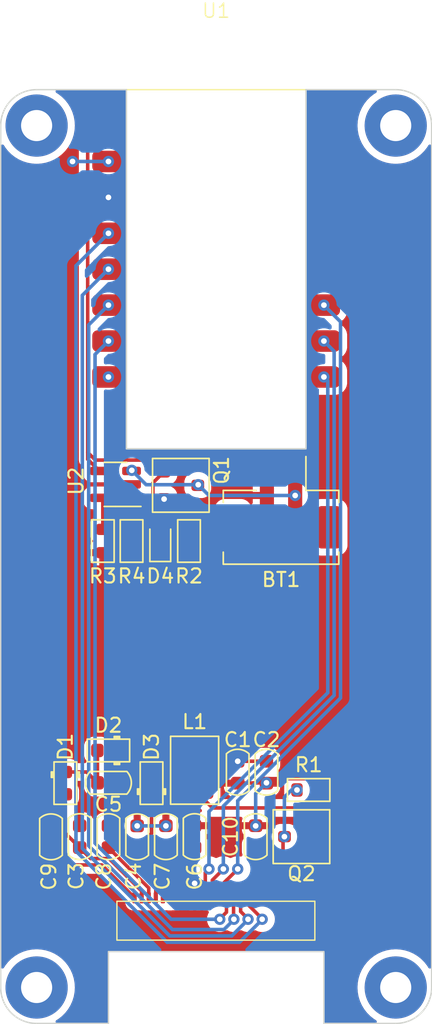
<source format=kicad_pcb>
(kicad_pcb (version 20221018) (generator pcbnew)
  (layers (0 "F.Cu" signal) (31 "B.Cu" signal) (34 "B.Paste" user) (35 "F.Paste" user) (36 "B.SilkS" user "B.Silkscreen") (37 "F.SilkS" user "F.Silkscreen") (38 "B.Mask" user) (39 "F.Mask" user) (44 "Edge.Cuts" user))
  (net 0 "")
  (net 1 "+5V")
  (net 2 "GND")
  (net 3 "+3.3V")
  (net 4 "21")
  (net 5 "20")
  (net 6 "10")
  (net 7 "9")
  (net 8 "8")
  (net 9 "7")
  (net 10 "6")
  (net 11 "5")
  (net 12 "0")
  (net 13 "1")
  (net 14 "2")
  (net 15 "3")
  (net 16 "4")
  (net 17 "Net-(D1-A)")
  (net 18 "Net-(D3-K)")
  (net 19 "Net-(D3-A)")
  (net 20 "Net-(J1-Pin_18)")
  (net 21 "Net-(J1-Pin_20)")
  (net 22 "Net-(J1-Pin_5)")
  (net 23 "Net-(J1-Pin_22)")
  (net 24 "Net-(J1-Pin_24)")
  (net 26 "Net-(J1-Pin_2)")
  (net 27 "Net-(J1-Pin_3)")
  (net 32 "Net-(D1-K)")
  (net 33 "Net-(U2-PROG)")
  (net 34 "Net-(D4-K)")
  (net 35 "Net-(U2-STAT)")
  (net 36 "+BATT")
  (footprint "PCM_Capacitor_SMD_AKL:C_0603_1608Metric" (layer "F.Cu") (at 43.18 84.582 180)
    (fp_text reference "C5" (at 0 -1.524) (layer "F.SilkS"))
    (fp_text value "4.7uF/25v" hide)
    (fp_line (start -1.3 0.800002) (end 1.3 0.8) (stroke (width 0.12)) (layer "F.SilkS"))
    (fp_line (start 1.3 -0.800002) (end -1.3 -0.8) (stroke (width 0.12)) (layer "F.SilkS"))
    (fp_arc (start -1.3 0.800002) (mid -1.619939 0.000001) (end -1.3 -0.8) (stroke (width 0.12)) (layer "F.SilkS"))
    (fp_arc (start 1.3 -0.800002) (mid 1.619939 -0.000001) (end 1.3 0.8) (stroke (width 0.12)) (layer "F.SilkS"))
    (pad "1" smd roundrect (at -0.775 0 180) (size 0.9 0.95) (layers "F.Cu" "F.Paste" "F.Mask") (net 19 "Net-(D3-A)"))
    (pad "2" smd roundrect (at 0.775 0 180) (size 0.9 0.95) (layers "F.Cu" "F.Paste" "F.Mask") (net 32 "Net-(D1-K)"))
  )
  (footprint "PCM_Inductor_SMD_AKL:L_1210_3225Metric" (layer "F.Cu") (at 49.276 83.696 -90)
    (fp_text reference "L1" (at -3.432 0 -180) (layer "F.SilkS"))
    (fp_text value "L" hide)
    (fp_line (start -2.4 -1.7) (end -2.4 1.7) (stroke (width 0.12)) (layer "F.SilkS"))
    (fp_line (start -2.4 1.7) (end 2.4 1.7) (stroke (width 0.12)) (layer "F.SilkS"))
    (fp_line (start 2.4 -1.7) (end -2.4 -1.7) (stroke (width 0.12)) (layer "F.SilkS"))
    (fp_line (start 2.4 1.7) (end 2.4 -1.7) (stroke (width 0.12)) (layer "F.SilkS"))
    (pad "1" smd roundrect (at -1.4 0 270) (size 1.25 2.65) (layers "F.Cu" "F.Paste" "F.Mask") (roundrect_rratio 0.2) (net 3 "+3.3V"))
    (pad "2" smd roundrect (at 1.4 0 270) (size 1.25 2.65) (layers "F.Cu" "F.Paste" "F.Mask") (roundrect_rratio 0.2) (net 19 "Net-(D3-A)"))
  )
  (footprint "PCM_Package_TO_SOT_SMD_AKL:SC-59" (layer "F.Cu") (at 48.301 63.545)
    (fp_text reference "Q1" (at 2.88 -1.061 90) (layer "F.SilkS"))
    (fp_text value "DMG3415U" hide)
    (fp_line (start -2 -1.9) (end 2 -1.9) (stroke (width 0.12)) (layer "F.SilkS"))
    (fp_line (start -2 1.9) (end -2 -1.9) (stroke (width 0.12)) (layer "F.SilkS"))
    (fp_line (start 2 -1.9) (end 2 1.9) (stroke (width 0.12)) (layer "F.SilkS"))
    (fp_line (start 2 1.9) (end -2 1.9) (stroke (width 0.12)) (layer "F.SilkS"))
    (pad "1" smd roundrect (at -1.2 -0.95) (size 0.9 0.8) (layers "F.Cu" "F.Paste" "F.Mask") (net 1 "+5V"))
    (pad "2" smd roundrect (at -1.2 0.95) (size 0.9 0.8) (layers "F.Cu" "F.Paste" "F.Mask") (net 3 "+3.3V"))
    (pad "3" smd roundrect (at 1.2 0) (size 0.9 0.8) (layers "F.Cu" "F.Paste" "F.Mask") (net 36 "+BATT"))
  )
  (footprint "PCM_Capacitor_SMD_AKL:C_0603_1608Metric" (layer "F.Cu") (at 49.276 88.392 -90)
    (fp_text reference "C6" (at 2.82 0 90) (layer "F.SilkS"))
    (fp_text value "1uF/25v" hide)
    (fp_line (start -1.3 0.800002) (end 1.3 0.8) (stroke (width 0.12)) (layer "F.SilkS"))
    (fp_line (start 1.3 -0.800002) (end -1.3 -0.8) (stroke (width 0.12)) (layer "F.SilkS"))
    (fp_arc (start -1.3 0.800002) (mid -1.619939 0.000001) (end -1.3 -0.8) (stroke (width 0.12)) (layer "F.SilkS"))
    (fp_arc (start 1.3 -0.800002) (mid 1.619939 -0.000001) (end 1.3 0.8) (stroke (width 0.12)) (layer "F.SilkS"))
    (pad "1" smd roundrect (at -0.775 0 270) (size 0.9 0.95) (layers "F.Cu" "F.Paste" "F.Mask") (net 2 "GND"))
    (pad "2" smd roundrect (at 0.775 0 270) (size 0.9 0.95) (layers "F.Cu" "F.Paste" "F.Mask") (net 20 "Net-(J1-Pin_18)"))
  )
  (footprint "PCM_Capacitor_SMD_AKL:C_0603_1608Metric" (layer "F.Cu") (at 41.148 88.392 90)
    (fp_text reference "C3" (at -2.794 -0.254 90) (layer "F.SilkS"))
    (fp_text value "1uF/25v" hide)
    (fp_line (start -1.3 0.800002) (end 1.3 0.8) (stroke (width 0.12)) (layer "F.SilkS"))
    (fp_line (start 1.3 -0.800002) (end -1.3 -0.8) (stroke (width 0.12)) (layer "F.SilkS"))
    (fp_arc (start -1.3 0.800002) (mid -1.619939 0.000001) (end -1.3 -0.8) (stroke (width 0.12)) (layer "F.SilkS"))
    (fp_arc (start 1.3 -0.800002) (mid 1.619939 -0.000001) (end 1.3 0.8) (stroke (width 0.12)) (layer "F.SilkS"))
    (pad "1" smd roundrect (at -0.775 0 90) (size 0.9 0.95) (layers "F.Cu" "F.Paste" "F.Mask") (net 17 "Net-(D1-A)"))
    (pad "2" smd roundrect (at 0.775 0 90) (size 0.9 0.95) (layers "F.Cu" "F.Paste" "F.Mask") (net 2 "GND"))
  )
  (footprint "MountingHole:MountingHole_2.2mm_M2_Pad" (layer "F.Cu") (at 63.5 99.06)
    (fp_text reference "REF**" hide)
    (fp_text value "MountingHole_2.2mm_M2_Pad" hide)
    (pad "1" thru_hole circle (at 0 0) (size 4.4 4.4) (drill 2.2) (layers "*.Cu" "*.Mask"))
  )
  (footprint "PCM_Package_TO_SOT_SMD_AKL:SC-59" (layer "F.Cu") (at 56.833 88.392 180)
    (fp_text reference "Q2" (at 0 -2.622) (layer "F.SilkS"))
    (fp_text value "MCH3478" hide)
    (fp_line (start -2 -1.9) (end 2 -1.9) (stroke (width 0.12)) (layer "F.SilkS"))
    (fp_line (start -2 1.9) (end -2 -1.9) (stroke (width 0.12)) (layer "F.SilkS"))
    (fp_line (start 2 -1.9) (end 2 1.9) (stroke (width 0.12)) (layer "F.SilkS"))
    (fp_line (start 2 1.9) (end -2 1.9) (stroke (width 0.12)) (layer "F.SilkS"))
    (pad "1" smd roundrect (at -1.2 -0.95 180) (size 0.9 0.8) (layers "F.Cu" "F.Paste" "F.Mask") (net 26 "Net-(J1-Pin_2)"))
    (pad "2" smd roundrect (at -1.2 0.95 180) (size 0.9 0.8) (layers "F.Cu" "F.Paste" "F.Mask") (net 19 "Net-(D3-A)"))
    (pad "3" smd roundrect (at 1.2 0 180) (size 0.9 0.8) (layers "F.Cu" "F.Paste" "F.Mask") (net 27 "Net-(J1-Pin_3)"))
  )
  (footprint "PCM_Diode_SMD_AKL:D_0603_1608Metric" (layer "F.Cu") (at 46.228 84.6075 90)
    (fp_text reference "D3" (at 2.5655 0 90) (layer "F.SilkS"))
    (fp_text value "SS2040FL" hide)
    (fp_line (start -1.5 -0.8) (end -1.5 0.8) (stroke (width 0.12)) (layer "F.SilkS"))
    (fp_line (start -1.5 0.8) (end 1.5 0.8) (stroke (width 0.12)) (layer "F.SilkS"))
    (fp_line (start 1.5 -0.8) (end -1.5 -0.8) (stroke (width 0.12)) (layer "F.SilkS"))
    (fp_line (start 1.5 0.8) (end 1.5 -0.8) (stroke (width 0.12)) (layer "F.SilkS"))
    (fp_poly (pts (xy -0.4 -0.8) (xy -0.8 -0.8) (xy -0.8 -1) (xy -0.4 -1)) (stroke (width 0.1)) (fill solid) (layer "F.SilkS"))
    (fp_poly (pts (xy -0.4 1) (xy -0.8 1) (xy -0.8 0.8) (xy -0.4 0.8)) (stroke (width 0.1)) (fill solid) (layer "F.SilkS"))
    (pad "1" smd roundrect (at -0.7875 0 90) (size 0.875 0.95) (layers "F.Cu" "F.Paste" "F.Mask") (net 18 "Net-(D3-K)"))
    (pad "2" smd roundrect (at 0.7875 0 90) (size 0.875 0.95) (layers "F.Cu" "F.Paste" "F.Mask") (net 19 "Net-(D3-A)"))
  )
  (footprint "PCM_Capacitor_SMD_AKL:C_0603_1608Metric" (layer "F.Cu") (at 45.212 88.405 90)
    (fp_text reference "C4" (at -2.794 -0.254 90) (layer "F.SilkS"))
    (fp_text value "1uF/25v" hide)
    (fp_line (start -1.3 0.800002) (end 1.3 0.8) (stroke (width 0.12)) (layer "F.SilkS"))
    (fp_line (start 1.3 -0.800002) (end -1.3 -0.8) (stroke (width 0.12)) (layer "F.SilkS"))
    (fp_arc (start -1.3 0.800002) (mid -1.619939 0.000001) (end -1.3 -0.8) (stroke (width 0.12)) (layer "F.SilkS"))
    (fp_arc (start 1.3 -0.800002) (mid 1.619939 -0.000001) (end 1.3 0.8) (stroke (width 0.12)) (layer "F.SilkS"))
    (pad "1" smd roundrect (at -0.775 0 90) (size 0.9 0.95) (layers "F.Cu" "F.Paste" "F.Mask") (net 18 "Net-(D3-K)"))
    (pad "2" smd roundrect (at 0.775 0 90) (size 0.9 0.95) (layers "F.Cu" "F.Paste" "F.Mask") (net 2 "GND"))
  )
  (footprint "PCM_Diode_SMD_AKL:D_0603_1608Metric" (layer "F.Cu") (at 40.132 84.6075 -90)
    (fp_text reference "D1" (at -2.5655 0 90) (layer "F.SilkS"))
    (fp_text value "SS2040FL" hide)
    (fp_line (start -1.5 -0.8) (end -1.5 0.8) (stroke (width 0.12)) (layer "F.SilkS"))
    (fp_line (start -1.5 0.8) (end 1.5 0.8) (stroke (width 0.12)) (layer "F.SilkS"))
    (fp_line (start 1.5 -0.8) (end -1.5 -0.8) (stroke (width 0.12)) (layer "F.SilkS"))
    (fp_line (start 1.5 0.8) (end 1.5 -0.8) (stroke (width 0.12)) (layer "F.SilkS"))
    (fp_poly (pts (xy -0.4 -0.8) (xy -0.8 -0.8) (xy -0.8 -1) (xy -0.4 -1)) (stroke (width 0.1)) (fill solid) (layer "F.SilkS"))
    (fp_poly (pts (xy -0.4 1) (xy -0.8 1) (xy -0.8 0.8) (xy -0.4 0.8)) (stroke (width 0.1)) (fill solid) (layer "F.SilkS"))
    (pad "1" smd roundrect (at -0.7875 0 270) (size 0.875 0.95) (layers "F.Cu" "F.Paste" "F.Mask") (net 32 "Net-(D1-K)"))
    (pad "2" smd roundrect (at 0.7875 0 270) (size 0.875 0.95) (layers "F.Cu" "F.Paste" "F.Mask") (net 17 "Net-(D1-A)"))
  )
  (footprint "MountingHole:MountingHole_2.2mm_M2_Pad" (layer "F.Cu") (at 63.5 38.1)
    (fp_text reference "REF**" hide)
    (fp_text value "MountingHole_2.2mm_M2_Pad" hide)
    (pad "1" thru_hole circle (at 0 0) (size 4.4 4.4) (drill 2.2) (layers "*.Cu" "*.Mask"))
  )
  (footprint "PCM_Capacitor_SMD_AKL:C_0603_1608Metric" (layer "F.Cu") (at 39.116 88.405 -90)
    (fp_text reference "C9" (at 2.82 0.147992 90) (layer "F.SilkS"))
    (fp_text value "1uF/25v" hide)
    (fp_line (start -1.3 0.800002) (end 1.3 0.8) (stroke (width 0.12)) (layer "F.SilkS"))
    (fp_line (start 1.3 -0.800002) (end -1.3 -0.8) (stroke (width 0.12)) (layer "F.SilkS"))
    (fp_arc (start -1.3 0.800002) (mid -1.619939 0.000001) (end -1.3 -0.8) (stroke (width 0.12)) (layer "F.SilkS"))
    (fp_arc (start 1.3 -0.800002) (mid 1.619939 -0.000001) (end 1.3 0.8) (stroke (width 0.12)) (layer "F.SilkS"))
    (pad "1" smd roundrect (at -0.775 0 270) (size 0.9 0.95) (layers "F.Cu" "F.Paste" "F.Mask") (net 2 "GND"))
    (pad "2" smd roundrect (at 0.775 0 270) (size 0.9 0.95) (layers "F.Cu" "F.Paste" "F.Mask") (net 24 "Net-(J1-Pin_24)"))
  )
  (footprint "custom:esp32-c3 superMini" (layer "F.Cu") (at 50.8 30.48)
    (fp_text reference "U1" (at 0 -0.5 unlocked) (layer "F.SilkS") (effects (font (thickness 0.1))))
    (fp_text value "~")
    (fp_line (start -6.35 5.08) (end -6.35 30.48) (stroke (width 0.1)) (layer "F.SilkS"))
    (fp_line (start -6.35 30.48) (end 6.35 30.48) (stroke (width 0.1)) (layer "F.SilkS"))
    (fp_line (start 6.35 5.08) (end -6.35 5.08) (stroke (width 0.1)) (layer "F.SilkS"))
    (fp_line (start 6.35 30.48) (end 6.35 5.08) (stroke (width 0.1)) (layer "F.SilkS"))
    (pad "1" smd roundrect (at -7.62 7.62) (size 2.286 1.524) (layers "F.Cu" "F.Paste" "F.Mask") (net 1 "+5V"))
    (pad "2" smd roundrect (at -7.62 10.16) (size 2.286 1.524) (layers "F.Cu" "F.Paste" "F.Mask") (net 2 "GND"))
    (pad "3" smd roundrect (at -7.62 12.7) (size 2.286 1.524) (layers "F.Cu" "F.Paste" "F.Mask") (net 3 "+3.3V"))
    (pad "4" smd roundrect (at -7.62 15.24) (size 2.286 1.524) (layers "F.Cu" "F.Paste" "F.Mask") (net 16 "4"))
    (pad "5" smd roundrect (at -7.62 17.78) (size 2.286 1.524) (layers "F.Cu" "F.Paste" "F.Mask") (net 15 "3"))
    (pad "6" smd roundrect (at -7.62 20.32) (size 2.286 1.524) (layers "F.Cu" "F.Paste" "F.Mask") (net 14 "2"))
    (pad "7" smd roundrect (at -7.62 22.86) (size 2.286 1.524) (layers "F.Cu" "F.Paste" "F.Mask") (net 13 "1"))
    (pad "8" smd roundrect (at -7.62 25.4) (size 2.286 1.524) (layers "F.Cu" "F.Paste" "F.Mask") (net 12 "0"))
    (pad "9" smd roundrect (at 7.62 7.62) (size 2.286 1.524) (layers "F.Cu" "F.Paste" "F.Mask") (net 11 "5"))
    (pad "10" smd roundrect (at 7.62 10.16) (size 2.286 1.524) (layers "F.Cu" "F.Paste" "F.Mask") (net 10 "6"))
    (pad "11" smd roundrect (at 7.62 12.7) (size 2.286 1.524) (layers "F.Cu" "F.Paste" "F.Mask") (net 9 "7"))
    (pad "12" smd roundrect (at 7.62 15.24) (size 2.286 1.524) (layers "F.Cu" "F.Paste" "F.Mask") (net 8 "8"))
    (pad "13" smd roundrect (at 7.62 17.78) (size 2.286 1.524) (layers "F.Cu" "F.Paste" "F.Mask") (net 7 "9"))
    (pad "14" smd roundrect (at 7.62 20.32) (size 2.286 1.524) (layers "F.Cu" "F.Paste" "F.Mask") (net 6 "10"))
    (pad "15" smd roundrect (at 7.62 22.86) (size 2.286 1.524) (layers "F.Cu" "F.Paste" "F.Mask") (net 5 "20"))
    (pad "16" smd roundrect (at 7.62 25.4) (size 2.286 1.524) (layers "F.Cu" "F.Paste" "F.Mask") (net 4 "21"))
  )
  (footprint "LED_SMD:LED_0603_1608Metric" (layer "F.Cu") (at 46.847 67.4465 90)
    (fp_text reference "D4" (at -2.5145 0 180) (layer "F.SilkS"))
    (fp_text value "LED" hide)
    (fp_line (start -1.485 -0.735) (end -1.485 0.735) (stroke (width 0.12)) (layer "F.SilkS"))
    (fp_line (start -1.485 0.735) (end 0.8 0.735) (stroke (width 0.12)) (layer "F.SilkS"))
    (fp_line (start 0.8 -0.735) (end -1.485 -0.735) (stroke (width 0.12)) (layer "F.SilkS"))
    (pad "1" smd roundrect (at -0.7875 0 90) (size 0.875 0.95) (layers "F.Cu" "F.Paste" "F.Mask") (net 34 "Net-(D4-K)"))
    (pad "2" smd roundrect (at 0.7875 0 90) (size 0.875 0.95) (layers "F.Cu" "F.Paste" "F.Mask") (net 1 "+5V"))
  )
  (footprint "custom:FH34SRJ-24S-0.5SH" (layer "F.Cu") (at 50.53 87.71)
    (fp_text reference "J1" hide)
    (fp_text value "FH34SRJ-24S-0.5SH")
    (fp_line (start -6.75 5.25) (end 7.25 5.25) (stroke (width 0.1)) (layer "F.SilkS"))
    (fp_line (start -6.75 8) (end -6.75 5.25) (stroke (width 0.1)) (layer "F.SilkS"))
    (fp_line (start 7.25 5.25) (end 7.25 8) (stroke (width 0.1)) (layer "F.SilkS"))
    (fp_line (start 7.25 8) (end -6.75 8) (stroke (width 0.1)) (layer "F.SilkS"))
    (pad "1" smd roundrect (at 6 5 270) (size 0.8 0.3) (layers "F.Cu" "F.Paste" "F.Mask"))
    (pad "2" smd roundrect (at 5.5 5 270) (size 0.8 0.3) (layers "F.Cu" "F.Paste" "F.Mask") (net 26 "Net-(J1-Pin_2)"))
    (pad "3" smd roundrect (at 5 5 270) (size 0.8 0.3) (layers "F.Cu" "F.Paste" "F.Mask") (net 27 "Net-(J1-Pin_3)"))
    (pad "4" smd roundrect (at 4.5 5 270) (size 0.8 0.3) (layers "F.Cu" "F.Paste" "F.Mask"))
    (pad "5" smd roundrect (at 4 5 270) (size 0.8 0.3) (layers "F.Cu" "F.Paste" "F.Mask") (net 22 "Net-(J1-Pin_5)"))
    (pad "6" smd roundrect (at 3.5 5 270) (size 0.8 0.3) (layers "F.Cu" "F.Paste" "F.Mask"))
    (pad "7" smd roundrect (at 3 5 270) (size 0.8 0.3) (layers "F.Cu" "F.Paste" "F.Mask"))
    (pad "8" smd roundrect (at 2.5 5 270) (size 0.8 0.3) (layers "F.Cu" "F.Paste" "F.Mask") (net 16 "4"))
    (pad "9" smd roundrect (at 2 5 270) (size 0.8 0.3) (layers "F.Cu" "F.Paste" "F.Mask") (net 15 "3"))
    (pad "10" smd roundrect (at 1.5 5 270) (size 0.8 0.3) (layers "F.Cu" "F.Paste" "F.Mask") (net 14 "2"))
    (pad "11" smd roundrect (at 1 5 270) (size 0.8 0.3) (layers "F.Cu" "F.Paste" "F.Mask") (net 13 "1"))
    (pad "12" smd roundrect (at 0.5 5 270) (size 0.8 0.3) (layers "F.Cu" "F.Paste" "F.Mask") (net 6 "10"))
    (pad "13" smd roundrect (at 0 5 270) (size 0.8 0.3) (layers "F.Cu" "F.Paste" "F.Mask") (net 5 "20"))
    (pad "14" smd roundrect (at -0.5 5 270) (size 0.8 0.3) (layers "F.Cu" "F.Paste" "F.Mask") (net 4 "21"))
    (pad "15" smd roundrect (at -1 5 270) (size 0.8 0.3) (layers "F.Cu" "F.Paste" "F.Mask") (net 3 "+3.3V"))
    (pad "16" smd roundrect (at -1.5 5 270) (size 0.8 0.3) (layers "F.Cu" "F.Paste" "F.Mask") (net 3 "+3.3V"))
    (pad "17" smd roundrect (at -2 5 270) (size 0.8 0.3) (layers "F.Cu" "F.Paste" "F.Mask") (net 2 "GND"))
    (pad "18" smd roundrect (at -2.5 5 270) (size 0.8 0.3) (layers "F.Cu" "F.Paste" "F.Mask") (net 20 "Net-(J1-Pin_18)"))
    (pad "19" smd roundrect (at -3 5 270) (size 0.8 0.3) (layers "F.Cu" "F.Paste" "F.Mask"))
    (pad "20" smd roundrect (at -3.5 5 270) (size 0.8 0.3) (layers "F.Cu" "F.Paste" "F.Mask") (net 21 "Net-(J1-Pin_20)"))
    (pad "21" smd roundrect (at -4 5 270) (size 0.8 0.3) (layers "F.Cu" "F.Paste" "F.Mask") (net 18 "Net-(D3-K)"))
    (pad "22" smd roundrect (at -4.5 5 270) (size 0.8 0.3) (layers "F.Cu" "F.Paste" "F.Mask") (net 23 "Net-(J1-Pin_22)"))
    (pad "23" smd roundrect (at -5 5 270) (size 0.8 0.3) (layers "F.Cu" "F.Paste" "F.Mask") (net 17 "Net-(D1-A)"))
    (pad "24" smd roundrect (at -5.5 5 270) (size 0.8 0.3) (layers "F.Cu" "F.Paste" "F.Mask") (net 24 "Net-(J1-Pin_24)"))
  )
  (footprint "PCM_Resistor_SMD_AKL:R_0603_1608Metric" (layer "F.Cu") (at 48.879 67.484 90)
    (fp_text reference "R2" (at -2.477 0 180) (layer "F.SilkS"))
    (fp_text value "100K" hide)
    (fp_line (start -1.5 -0.8) (end -1.5 0.8) (stroke (width 0.12)) (layer "F.SilkS"))
    (fp_line (start -1.5 0.8) (end 1.5 0.8) (stroke (width 0.12)) (layer "F.SilkS"))
    (fp_line (start 1.5 -0.8) (end -1.5 -0.8) (stroke (width 0.12)) (layer "F.SilkS"))
    (fp_line (start 1.5 0.8) (end 1.5 -0.8) (stroke (width 0.12)) (layer "F.SilkS"))
    (pad "1" smd roundrect (at -0.825 0 90) (size 0.8 0.95) (layers "F.Cu" "F.Paste" "F.Mask") (net 2 "GND"))
    (pad "2" smd roundrect (at 0.825 0 90) (size 0.8 0.95) (layers "F.Cu" "F.Paste" "F.Mask") (net 1 "+5V"))
  )
  (footprint "Package_TO_SOT_SMD:SOT-23-5" (layer "F.Cu") (at 43.6775 63.4785 180)
    (fp_text reference "U2" (at 2.7835 0.2325 90) (layer "F.SilkS"))
    (fp_text value "MCP73831-2-OT" hide)
    (fp_line (start 0 -1.56) (end -1.8 -1.56) (stroke (width 0.12)) (layer "F.SilkS"))
    (fp_line (start 0 -1.56) (end 0.8 -1.56) (stroke (width 0.12)) (layer "F.SilkS"))
    (fp_line (start 0 1.56) (end -0.8 1.56) (stroke (width 0.12)) (layer "F.SilkS"))
    (fp_line (start 0 1.56) (end 0.8 1.56) (stroke (width 0.12)) (layer "F.SilkS"))
    (pad "1" smd roundrect (at -1.1375 -0.95 180) (size 1.325 0.6) (layers "F.Cu" "F.Paste" "F.Mask") (net 35 "Net-(U2-STAT)"))
    (pad "2" smd roundrect (at -1.1375 0 180) (size 1.325 0.6) (layers "F.Cu" "F.Paste" "F.Mask") (net 2 "GND"))
    (pad "3" smd roundrect (at -1.1375 0.95 180) (size 1.325 0.6) (layers "F.Cu" "F.Paste" "F.Mask") (net 36 "+BATT"))
    (pad "4" smd roundrect (at 1.1375 0.95 180) (size 1.325 0.6) (layers "F.Cu" "F.Paste" "F.Mask") (net 1 "+5V"))
    (pad "5" smd roundrect (at 1.1375 -0.95 180) (size 1.325 0.6) (layers "F.Cu" "F.Paste" "F.Mask") (net 33 "Net-(U2-PROG)"))
  )
  (footprint "MountingHole:MountingHole_2.2mm_M2_Pad" (layer "F.Cu") (at 38.1 38.1)
    (fp_text reference "REF**" hide)
    (fp_text value "MountingHole_2.2mm_M2_Pad" hide)
    (pad "1" thru_hole circle (at 0 0) (size 4.4 4.4) (drill 2.2) (layers "*.Cu" "*.Mask"))
  )
  (footprint "PCM_Resistor_SMD_AKL:R_0603_1608Metric" (layer "F.Cu") (at 44.815 67.484 90)
    (fp_text reference "R4" (at -2.477 0 180) (layer "F.SilkS"))
    (fp_text value "1K" hide)
    (fp_line (start -1.5 -0.8) (end -1.5 0.8) (stroke (width 0.12)) (layer "F.SilkS"))
    (fp_line (start -1.5 0.8) (end 1.5 0.8) (stroke (width 0.12)) (layer "F.SilkS"))
    (fp_line (start 1.5 -0.8) (end -1.5 -0.8) (stroke (width 0.12)) (layer "F.SilkS"))
    (fp_line (start 1.5 0.8) (end 1.5 -0.8) (stroke (width 0.12)) (layer "F.SilkS"))
    (pad "1" smd roundrect (at -0.825 0 90) (size 0.8 0.95) (layers "F.Cu" "F.Paste" "F.Mask") (net 34 "Net-(D4-K)"))
    (pad "2" smd roundrect (at 0.825 0 90) (size 0.8 0.95) (layers "F.Cu" "F.Paste" "F.Mask") (net 35 "Net-(U2-STAT)"))
  )
  (footprint "PCM_Capacitor_SMD_AKL:C_0603_1608Metric" (layer "F.Cu") (at 53.594 88.392 -90)
    (fp_text reference "C10" (at 0 1.778 90) (layer "F.SilkS"))
    (fp_text value "1uF/25v" hide)
    (fp_line (start -1.3 0.800002) (end 1.3 0.8) (stroke (width 0.12)) (layer "F.SilkS"))
    (fp_line (start 1.3 -0.800002) (end -1.3 -0.8) (stroke (width 0.12)) (layer "F.SilkS"))
    (fp_arc (start -1.3 0.800002) (mid -1.619939 0.000001) (end -1.3 -0.8) (stroke (width 0.12)) (layer "F.SilkS"))
    (fp_arc (start 1.3 -0.800002) (mid 1.619939 -0.000001) (end 1.3 0.8) (stroke (width 0.12)) (layer "F.SilkS"))
    (pad "1" smd roundrect (at -0.775 0 270) (size 0.9 0.95) (layers "F.Cu" "F.Paste" "F.Mask") (net 2 "GND"))
    (pad "2" smd roundrect (at 0.775 0 270) (size 0.9 0.95) (layers "F.Cu" "F.Paste" "F.Mask") (net 22 "Net-(J1-Pin_5)"))
  )
  (footprint "PCM_Capacitor_SMD_AKL:C_0603_1608Metric" (layer "F.Cu") (at 47.244 88.392 -90)
    (fp_text reference "C7" (at 2.82 0.254 90) (layer "F.SilkS"))
    (fp_text value "1uF/25v" hide)
    (fp_line (start -1.3 0.800002) (end 1.3 0.8) (stroke (width 0.12)) (layer "F.SilkS"))
    (fp_line (start 1.3 -0.800002) (end -1.3 -0.8) (stroke (width 0.12)) (layer "F.SilkS"))
    (fp_arc (start -1.3 0.800002) (mid -1.619939 0.000001) (end -1.3 -0.8) (stroke (width 0.12)) (layer "F.SilkS"))
    (fp_arc (start 1.3 -0.800002) (mid 1.619939 -0.000001) (end 1.3 0.8) (stroke (width 0.12)) (layer "F.SilkS"))
    (pad "1" smd roundrect (at -0.775 0 270) (size 0.9 0.95) (layers "F.Cu" "F.Paste" "F.Mask") (net 2 "GND"))
    (pad "2" smd roundrect (at 0.775 0 270) (size 0.9 0.95) (layers "F.Cu" "F.Paste" "F.Mask") (net 21 "Net-(J1-Pin_20)"))
  )
  (footprint "MountingHole:MountingHole_2.2mm_M2_Pad" (layer "F.Cu") (at 38.1 99.06)
    (fp_text reference "REF**" hide)
    (fp_text value "MountingHole_2.2mm_M2_Pad" hide)
    (pad "1" thru_hole circle (at 0 0) (size 4.4 4.4) (drill 2.2) (layers "*.Cu" "*.Mask"))
  )
  (footprint "PCM_Diode_SMD_AKL:D_0603_1608Metric" (layer "F.Cu") (at 43.18 82.296 180)
    (fp_text reference "D2" (at 0 1.778) (layer "F.SilkS"))
    (fp_text value "SS2040FL" hide)
    (fp_line (start -1.5 -0.8) (end -1.5 0.8) (stroke (width 0.12)) (layer "F.SilkS"))
    (fp_line (start -1.5 0.8) (end 1.5 0.8) (stroke (width 0.12)) (layer "F.SilkS"))
    (fp_line (start 1.5 -0.8) (end -1.5 -0.8) (stroke (width 0.12)) (layer "F.SilkS"))
    (fp_line (start 1.5 0.8) (end 1.5 -0.8) (stroke (width 0.12)) (layer "F.SilkS"))
    (fp_poly (pts (xy -0.4 -0.8) (xy -0.8 -0.8) (xy -0.8 -1) (xy -0.4 -1)) (stroke (width 0.1)) (fill solid) (layer "F.SilkS"))
    (fp_poly (pts (xy -0.4 1) (xy -0.8 1) (xy -0.8 0.8) (xy -0.4 0.8)) (stroke (width 0.1)) (fill solid) (layer "F.SilkS"))
    (pad "1" smd roundrect (at -0.7875 0 180) (size 0.875 0.95) (layers "F.Cu" "F.Paste" "F.Mask") (net 2 "GND"))
    (pad "2" smd roundrect (at 0.7875 0 180) (size 0.875 0.95) (layers "F.Cu" "F.Paste" "F.Mask") (net 32 "Net-(D1-K)"))
  )
  (footprint "Connector_JST:JST_PH_B2B-PH-SM4-TB_1x02-1MP_P2.00mm_Vertical" (layer "F.Cu") (at 55.388 64.762 180)
    (fp_text reference "BT1" (at 0 -5.45) (layer "F.SilkS"))
    (fp_text value "Battery_Cell")
    (fp_line (start -4.085 -4.36) (end 4.085 -4.36) (stroke (width 0.12)) (layer "F.SilkS"))
    (fp_line (start -4.085 -3.51) (end -4.085 -4.36) (stroke (width 0.12)) (layer "F.SilkS"))
    (fp_line (start -4.085 0.01) (end -4.085 0.86) (stroke (width 0.12)) (layer "F.SilkS"))
    (fp_line (start -4.085 0.86) (end -1.76 0.86) (stroke (width 0.12)) (layer "F.SilkS"))
    (fp_line (start -1.76 0.86) (end -1.76 3.25) (stroke (width 0.12)) (layer "F.SilkS"))
    (fp_line (start 4.085 -4.36) (end 4.085 -3.51) (stroke (width 0.12)) (layer "F.SilkS"))
    (fp_line (start 4.085 0.01) (end 4.085 0.86) (stroke (width 0.12)) (layer "F.SilkS"))
    (fp_line (start 4.085 0.86) (end 1.76 0.86) (stroke (width 0.12)) (layer "F.SilkS"))
    (pad "1" smd roundrect (at -1 0.5 180) (size 1 5.5) (layers "F.Cu" "F.Paste" "F.Mask") (net 36 "+BATT"))
    (pad "2" smd roundrect (at 1 0.5 180) (size 1 5.5) (layers "F.Cu" "F.Paste" "F.Mask") (net 2 "GND"))
    (pad "MP" smd roundrect (at -3.4 -1.75 180) (size 1.6 3) (layers "F.Cu" "F.Paste" "F.Mask") (roundrect_rratio 0.15625))
    (pad "MP" smd roundrect (at 3.4 -1.75 180) (size 1.6 3) (layers "F.Cu" "F.Paste" "F.Mask") (roundrect_rratio 0.15625))
  )
  (footprint "PCM_Capacitor_SMD_AKL:C_0603_1608Metric" (layer "F.Cu") (at 54.356 83.833 -90)
    (fp_text reference "C2" (at -2.299 0 -180) (layer "F.SilkS"))
    (fp_text value "0.1uF/16v" hide)
    (fp_line (start -1.3 0.800002) (end 1.3 0.8) (stroke (width 0.12)) (layer "F.SilkS"))
    (fp_line (start 1.3 -0.800002) (end -1.3 -0.8) (stroke (width 0.12)) (layer "F.SilkS"))
    (fp_arc (start -1.3 0.800002) (mid -1.619939 0.000001) (end -1.3 -0.8) (stroke (width 0.12)) (layer "F.SilkS"))
    (fp_arc (start 1.3 -0.800002) (mid 1.619939 -0.000001) (end 1.3 0.8) (stroke (width 0.12)) (layer "F.SilkS"))
    (pad "1" smd roundrect (at -0.775 0 270) (size 0.9 0.95) (layers "F.Cu" "F.Paste" "F.Mask") (net 3 "+3.3V"))
    (pad "2" smd roundrect (at 0.775 0 270) (size 0.9 0.95) (layers "F.Cu" "F.Paste" "F.Mask") (net 2 "GND"))
  )
  (footprint "PCM_Resistor_SMD_AKL:R_0603_1608Metric" (layer "F.Cu") (at 57.341 85.09 180)
    (fp_text reference "R1" (at 0 1.778) (layer "F.SilkS"))
    (fp_text value "0.47R" hide)
    (fp_line (start -1.5 -0.8) (end -1.5 0.8) (stroke (width 0.12)) (layer "F.SilkS"))
    (fp_line (start -1.5 0.8) (end 1.5 0.8) (stroke (width 0.12)) (layer "F.SilkS"))
    (fp_line (start 1.5 -0.8) (end -1.5 -0.8) (stroke (width 0.12)) (layer "F.SilkS"))
    (fp_line (start 1.5 0.8) (end 1.5 -0.8) (stroke (width 0.12)) (layer "F.SilkS"))
    (pad "1" smd roundrect (at -0.825 0 180) (size 0.8 0.95) (layers "F.Cu" "F.Paste" "F.Mask") (net 2 "GND"))
    (pad "2" smd roundrect (at 0.825 0 180) (size 0.8 0.95) (layers "F.Cu" "F.Paste" "F.Mask") (net 27 "Net-(J1-Pin_3)"))
  )
  (footprint "PCM_Resistor_SMD_AKL:R_0603_1608Metric" (layer "F.Cu") (at 42.783 67.484 90)
    (fp_text reference "R3" (at -2.477 0 180) (layer "F.SilkS"))
    (fp_text value "2K (500mA)" hide)
    (fp_line (start -1.5 -0.8) (end -1.5 0.8) (stroke (width 0.12)) (layer "F.SilkS"))
    (fp_line (start -1.5 0.8) (end 1.5 0.8) (stroke (width 0.12)) (layer "F.SilkS"))
    (fp_line (start 1.5 -0.8) (end -1.5 -0.8) (stroke (width 0.12)) (layer "F.SilkS"))
    (fp_line (start 1.5 0.8) (end 1.5 -0.8) (stroke (width 0.12)) (layer "F.SilkS"))
    (pad "1" smd roundrect (at -0.825 0 90) (size 0.8 0.95) (layers "F.Cu" "F.Paste" "F.Mask") (net 2 "GND"))
    (pad "2" smd roundrect (at 0.825 0 90) (size 0.8 0.95) (layers "F.Cu" "F.Paste" "F.Mask") (net 33 "Net-(U2-PROG)"))
  )
  (footprint "PCM_Capacitor_SMD_AKL:C_0603_1608Metric" (layer "F.Cu") (at 43.18 88.392 -90)
    (fp_text reference "C8" (at 2.82 0.327996 90) (layer "F.SilkS"))
    (fp_text value "1uF/25v" hide)
    (fp_line (start -1.3 0.800002) (end 1.3 0.8) (stroke (width 0.12)) (layer "F.SilkS"))
    (fp_line (start 1.3 -0.800002) (end -1.3 -0.8) (stroke (width 0.12)) (layer "F.SilkS"))
    (fp_arc (start -1.3 0.800002) (mid -1.619939 0.000001) (end -1.3 -0.8) (stroke (width 0.12)) (layer "F.SilkS"))
    (fp_arc (start 1.3 -0.800002) (mid 1.619939 -0.000001) (end 1.3 0.8) (stroke (width 0.12)) (layer "F.SilkS"))
    (pad "1" smd roundrect (at -0.775 0 270) (size 0.9 0.95) (layers "F.Cu" "F.Paste" "F.Mask") (net 2 "GND"))
    (pad "2" smd roundrect (at 0.775 0 270) (size 0.9 0.95) (layers "F.Cu" "F.Paste" "F.Mask") (net 23 "Net-(J1-Pin_22)"))
  )
  (footprint "PCM_Capacitor_SMD_AKL:C_0603_1608Metric" (layer "F.Cu") (at 52.324 83.833 -90)
    (fp_text reference "C1" (at -2.299 0 -180) (layer "F.SilkS"))
    (fp_text value "1uF/6.3v" hide)
    (fp_line (start -1.3 0.800002) (end 1.3 0.8) (stroke (width 0.12)) (layer "F.SilkS"))
    (fp_line (start 1.3 -0.800002) (end -1.3 -0.8) (stroke (width 0.12)) (layer "F.SilkS"))
    (fp_arc (start -1.3 0.800002) (mid -1.619939 0.000001) (end -1.3 -0.8) (stroke (width 0.12)) (layer "F.SilkS"))
    (fp_arc (start 1.3 -0.800002) (mid 1.619939 -0.000001) (end 1.3 0.8) (stroke (width 0.12)) (layer "F.SilkS"))
    (pad "1" smd roundrect (at -0.775 0 270) (size 0.9 0.95) (layers "F.Cu" "F.Paste" "F.Mask") (net 3 "+3.3V"))
    (pad "2" smd roundrect (at 0.775 0 270) (size 0.9 0.95) (layers "F.Cu" "F.Paste" "F.Mask") (net 2 "GND"))
  )
  (gr_arc (start 35.56 38.1) (mid 36.303949 36.303949) (end 38.1 35.56) (stroke (width 0.1)) (layer "Edge.Cuts"))
  (gr_line (start 58.42 96.52) (end 58.42 101.6) (stroke (width 0.1)) (layer "Edge.Cuts"))
  (gr_line (start 43.18 96.52) (end 58.42 96.52) (stroke (width 0.1)) (layer "Edge.Cuts"))
  (gr_line (start 44.45 60.96) (end 57.15 60.96) (stroke (width 0.1)) (layer "Edge.Cuts"))
  (gr_line (start 35.56 38.1) (end 35.56 99.06) (stroke (width 0.1)) (layer "Edge.Cuts"))
  (gr_line (start 63.5 101.6) (end 58.42 101.6) (stroke (width 0.1)) (layer "Edge.Cuts"))
  (gr_arc (start 63.5 35.56) (mid 65.296051 36.303949) (end 66.04 38.1) (stroke (width 0.1)) (layer "Edge.Cuts"))
  (gr_line (start 63.5 35.56) (end 57.15 35.56) (stroke (width 0.1)) (layer "Edge.Cuts"))
  (gr_line (start 44.45 35.56) (end 44.45 60.96) (stroke (width 0.1)) (layer "Edge.Cuts"))
  (gr_line (start 44.45 35.56) (end 38.1 35.56) (stroke (width 0.1)) (layer "Edge.Cuts"))
  (gr_arc (start 66.04 99.06) (mid 65.296051 100.856051) (end 63.5 101.6) (stroke (width 0.1)) (layer "Edge.Cuts"))
  (gr_arc (start 38.1 101.6) (mid 36.303949 100.856051) (end 35.56 99.06) (stroke (width 0.1)) (layer "Edge.Cuts"))
  (gr_line (start 66.04 99.06) (end 66.04 38.1) (stroke (width 0.1)) (layer "Edge.Cuts"))
  (gr_line (start 43.18 101.6) (end 38.1 101.6) (stroke (width 0.1)) (layer "Edge.Cuts"))
  (gr_line (start 43.18 101.6) (end 43.18 96.52) (stroke (width 0.1)) (layer "Edge.Cuts"))
  (gr_line (start 57.15 60.96) (end 57.15 35.56) (stroke (width 0.1)) (layer "Edge.Cuts"))
  (segment (start 46.326 63.37) (end 47.101 62.595) (width 0.25) (layer "F.Cu") (net 1))
  (segment (start 41.712 61.7005) (end 42.54 62.5285) (width 0.25) (layer "F.Cu") (net 1))
  (segment (start 41.712 39.568) (end 41.712 61.214) (width 0.25) (layer "F.Cu") (net 1))
  (segment (start 46.847 66.659) (end 46.326 66.138) (width 0.25) (layer "F.Cu") (net 1))
  (segment (start 43.18 38.1) (end 41.712 39.568) (width 0.25) (layer "F.Cu") (net 1))
  (segment (start 47.101 62.595) (end 46.265 61.759) (width 0.25) (layer "F.Cu") (net 1))
  (segment (start 42.257 61.759) (end 41.712 61.214) (width 0.25) (layer "F.Cu") (net 1))
  (segment (start 46.326 66.138) (end 46.326 63.37) (width 0.25) (layer "F.Cu") (net 1))
  (segment (start 41.712 61.214) (end 41.712 61.7005) (width 0.25) (layer "F.Cu") (net 1))
  (segment (start 46.265 61.759) (end 42.257 61.759) (width 0.25) (layer "F.Cu") (net 1))
  (segment (start 46.847 66.659) (end 48.879 66.659) (width 0.25) (layer "F.Cu") (net 1))
  (segment (start 52.324 84.608) (end 54.356 84.582) (width 0.25) (layer "F.Cu") (net 2))
  (segment (start 57.366 84.29) (end 58.166 85.09) (width 0.25) (layer "F.Cu") (net 2))
  (segment (start 54.674 84.29) (end 57.366 84.29) (width 0.25) (layer "F.Cu") (net 2))
  (segment (start 48.53 92.71) (end 48.53 93.71) (width 0.25) (layer "F.Cu") (net 2))
  (segment (start 54.356 84.608) (end 54.674 84.29) (width 0.25) (layer "F.Cu") (net 2))
  (via (at 54.356 84.582) (size 0.8) (drill 0.4) (layers "F.Cu" "B.Cu") (net 2))
  (via (at 47.244 87.63) (size 0.8) (drill 0.4) (layers "F.Cu" "B.Cu") (net 2))
  (via (at 53.594 87.63) (size 0.8) (drill 0.4) (layers "F.Cu" "B.Cu") (net 2))
  (via (at 43.18 40.64) (size 0.8) (drill 0.4) (layers "F.Cu" "B.Cu") (net 2))
  (via (at 40.64 40.64) (size 0.8) (drill 0.4) (layers "F.Cu" "B.Cu") (net 2))
  (via (at 45.212 87.63) (size 0.8) (drill 0.4) (layers "F.Cu" "B.Cu") (net 2))
  (segment (start 53.594 85.344) (end 53.594 87.63) (width 0.25) (layer "B.Cu") (net 2))
  (segment (start 54.356 84.582) (end 53.594 85.344) (width 0.25) (layer "B.Cu") (net 2))
  (segment (start 43.18 40.64) (end 40.64 40.64) (width 0.25) (layer "B.Cu") (net 2))
  (segment (start 47.244 87.63) (end 45.212 87.63) (width 0.25) (layer "B.Cu") (net 2))
  (segment (start 49.276 82.296) (end 51.562 82.296) (width 0.25) (layer "F.Cu") (net 3))
  (segment (start 49.276 92.71) (end 49.03 92.71) (width 0.25) (layer "F.Cu") (net 3))
  (segment (start 49.53 92.71) (end 49.276 92.71) (width 0.25) (layer "F.Cu") (net 3))
  (segment (start 52.324 83.058) (end 54.356 83.058) (width 0.25) (layer "F.Cu") (net 3))
  (segment (start 49.276 91.694) (end 49.276 92.71) (width 0.25) (layer "F.Cu") (net 3))
  (segment (start 51.562 82.296) (end 52.324 83.058) (width 0.25) (layer "F.Cu") (net 3))
  (via (at 52.324 83.058) (size 0.8) (drill 0.4) (layers "F.Cu" "B.Cu") (net 3))
  (via (at 47.117 64.516) (size 0.8) (drill 0.4) (layers "F.Cu" "B.Cu") (net 3))
  (via (at 49.276 91.694) (size 0.8) (drill 0.4) (layers "F.Cu" "B.Cu") (net 3))
  (via (at 43.18 43.18) (size 0.8) (drill 0.4) (layers "F.Cu" "B.Cu") (net 3))
  (segment (start 50.03 90.94) (end 50.292 90.678) (width 0.25) (layer "F.Cu") (net 4))
  (segment (start 50.03 92.71) (end 50.03 90.94) (width 0.25) (layer "F.Cu") (net 4))
  (via (at 50.292 90.678) (size 0.8) (drill 0.4) (layers "F.Cu" "B.Cu") (net 4))
  (via (at 58.42 55.88) (size 0.8) (drill 0.4) (layers "F.Cu" "B.Cu") (net 4))
  (segment (start 58.695 56.155) (end 58.42 55.88) (width 0.25) (layer "B.Cu") (net 4))
  (segment (start 50.292 86.614) (end 58.695 78.211) (width 0.25) (layer "B.Cu") (net 4))
  (segment (start 50.292 90.678) (end 50.292 86.614) (width 0.25) (layer "B.Cu") (net 4))
  (segment (start 58.695 78.211) (end 58.695 56.155) (width 0.25) (layer "B.Cu") (net 4))
  (segment (start 50.53 91.465305) (end 51.308 90.687305) (width 0.25) (layer "F.Cu") (net 5))
  (segment (start 50.53 92.71) (end 50.53 91.465305) (width 0.25) (layer "F.Cu") (net 5))
  (segment (start 51.308 90.687305) (end 51.308 90.678) (width 0.25) (layer "F.Cu") (net 5))
  (via (at 51.308 90.678) (size 0.8) (drill 0.4) (layers "F.Cu" "B.Cu") (net 5))
  (via (at 58.42 53.34) (size 0.8) (drill 0.4) (layers "F.Cu" "B.Cu") (net 5))
  (segment (start 59.145 54.065) (end 58.42 53.34) (width 0.25) (layer "B.Cu") (net 5))
  (segment (start 59.145 78.397396) (end 59.145 54.065) (width 0.25) (layer "B.Cu") (net 5))
  (segment (start 51.308 90.678) (end 51.308 86.234396) (width 0.25) (layer "B.Cu") (net 5))
  (segment (start 51.308 86.234396) (end 59.145 78.397396) (width 0.25) (layer "B.Cu") (net 5))
  (segment (start 51.571305 91.44) (end 52.324 90.687305) (width 0.25) (layer "F.Cu") (net 6))
  (segment (start 51.03 92.71) (end 51.03 91.972) (width 0.25) (layer "F.Cu") (net 6))
  (segment (start 52.324 90.687305) (end 52.324 90.678) (width 0.25) (layer "F.Cu") (net 6))
  (segment (start 51.03 91.972) (end 51.562 91.44) (width 0.25) (layer "F.Cu") (net 6))
  (segment (start 51.562 91.44) (end 51.571305 91.44) (width 0.25) (layer "F.Cu") (net 6))
  (via (at 58.42 50.8) (size 0.8) (drill 0.4) (layers "F.Cu" "B.Cu") (net 6))
  (via (at 52.324 90.678) (size 0.8) (drill 0.4) (layers "F.Cu" "B.Cu") (net 6))
  (segment (start 52.324 85.854792) (end 59.595 78.583792) (width 0.25) (layer "B.Cu") (net 6))
  (segment (start 52.324 90.678) (end 52.324 85.854792) (width 0.25) (layer "B.Cu") (net 6))
  (segment (start 59.595 78.583792) (end 59.595 51.975) (width 0.25) (layer "B.Cu") (net 6))
  (segment (start 59.595 51.975) (end 58.42 50.8) (width 0.25) (layer "B.Cu") (net 6))
  (via (at 43.18 55.88) (size 0.8) (drill 0.4) (layers "F.Cu" "B.Cu") (net 12))
  (segment (start 51.53 93.732198) (end 51.054 94.208198) (width 0.25) (layer "F.Cu") (net 13))
  (segment (start 51.53 92.71) (end 51.53 93.732198) (width 0.25) (layer "F.Cu") (net 13))
  (segment (start 51.054 94.208198) (end 51.054 94.234) (width 0.25) (layer "F.Cu") (net 13))
  (via (at 43.18 53.34) (size 0.8) (drill 0.4) (layers "F.Cu" "B.Cu") (net 13))
  (via (at 51.054 94.234) (size 0.8) (drill 0.4) (layers "F.Cu" "B.Cu") (net 13))
  (segment (start 51.054 94.234) (end 47.615695 94.234) (width 0.25) (layer "B.Cu") (net 13))
  (segment (start 47.615695 94.234) (end 42.233 88.851305) (width 0.25) (layer "B.Cu") (net 13))
  (segment (start 42.233 54.287) (end 43.18 53.34) (width 0.25) (layer "B.Cu") (net 13))
  (segment (start 42.233 88.851305) (end 42.233 54.287) (width 0.25) (layer "B.Cu") (net 13))
  (segment (start 52.03 94.210497) (end 52.053503 94.234) (width 0.25) (layer "F.Cu") (net 14))
  (segment (start 52.03 92.71) (end 52.03 94.210497) (width 0.25) (layer "F.Cu") (net 14))
  (via (at 43.18 50.8) (size 0.8) (drill 0.4) (layers "F.Cu" "B.Cu") (net 14))
  (via (at 52.053503 94.234) (size 0.8) (drill 0.4) (layers "F.Cu" "B.Cu") (net 14))
  (segment (start 52.053503 94.234) (end 52.053503 94.259802) (width 0.25) (layer "B.Cu") (net 14))
  (segment (start 51.354305 94.959) (end 47.704299 94.959) (width 0.25) (layer "B.Cu") (net 14))
  (segment (start 41.783 52.197) (end 43.18 50.8) (width 0.25) (layer "B.Cu") (net 14))
  (segment (start 52.053503 94.259802) (end 51.354305 94.959) (width 0.25) (layer "B.Cu") (net 14))
  (segment (start 41.783 89.037701) (end 41.783 52.197) (width 0.25) (layer "B.Cu") (net 14))
  (segment (start 47.704299 94.959) (end 41.783 89.037701) (width 0.25) (layer "B.Cu") (net 14))
  (segment (start 52.53 92.71) (end 52.53 93.685192) (width 0.25) (layer "F.Cu") (net 15))
  (segment (start 53.053006 94.208198) (end 53.053006 94.234) (width 0.25) (layer "F.Cu") (net 15))
  (segment (start 52.53 93.685192) (end 53.053006 94.208198) (width 0.25) (layer "F.Cu") (net 15))
  (via (at 43.18 48.26) (size 0.8) (drill 0.4) (layers "F.Cu" "B.Cu") (net 15))
  (via (at 53.053006 94.234) (size 0.8) (drill 0.4) (layers "F.Cu" "B.Cu") (net 15))
  (segment (start 41.333 89.224097) (end 41.333 50.107) (width 0.25) (layer "B.Cu") (net 15))
  (segment (start 41.333 50.107) (end 43.18 48.26) (width 0.25) (layer "B.Cu") (net 15))
  (segment (start 53.053006 94.259802) (end 51.903808 95.409) (width 0.25) (layer "B.Cu") (net 15))
  (segment (start 47.517903 95.409) (end 41.333 89.224097) (width 0.25) (layer "B.Cu") (net 15))
  (segment (start 51.903808 95.409) (end 47.517903 95.409) (width 0.25) (layer "B.Cu") (net 15))
  (segment (start 53.053006 94.234) (end 53.053006 94.259802) (width 0.25) (layer "B.Cu") (net 15))
  (segment (start 53.03 93.175685) (end 54.052509 94.198194) (width 0.25) (layer "F.Cu") (net 16))
  (segment (start 53.03 92.71) (end 53.03 93.175685) (width 0.25) (layer "F.Cu") (net 16))
  (segment (start 54.052509 94.198194) (end 54.052509 94.234) (width 0.25) (layer "F.Cu") (net 16))
  (via (at 43.18 45.72) (size 0.8) (drill 0.4) (layers "F.Cu" "B.Cu") (net 16))
  (via (at 54.052509 94.234) (size 0.8) (drill 0.4) (layers "F.Cu" "B.Cu") (net 16))
  (segment (start 54.052509 94.234) (end 54.052509 94.259802) (width 0.25) (layer "B.Cu") (net 16))
  (segment (start 47.331507 95.859) (end 40.883 89.410493) (width 0.25) (layer "B.Cu") (net 16))
  (segment (start 54.052509 94.259802) (end 52.453311 95.859) (width 0.25) (layer "B.Cu") (net 16))
  (segment (start 40.883 89.410493) (end 40.883 48.017) (width 0.25) (layer "B.Cu") (net 16))
  (segment (start 40.883 48.017) (end 43.18 45.72) (width 0.25) (layer "B.Cu") (net 16))
  (segment (start 52.453311 95.859) (end 47.331507 95.859) (width 0.25) (layer "B.Cu") (net 16))
  (segment (start 43.227685 89.942) (end 41.923 89.942) (width 0.25) (layer "F.Cu") (net 17))
  (segment (start 45.53 92.71) (end 45.53 92.244315) (width 0.25) (layer "F.Cu") (net 17))
  (segment (start 45.53 92.244315) (end 43.227685 89.942) (width 0.25) (layer "F.Cu") (net 17))
  (segment (start 41.923 89.942) (end 41.148 89.167) (width 0.25) (layer "F.Cu") (net 17))
  (segment (start 40.132 88.151) (end 40.132 85.395) (width 0.25) (layer "F.Cu") (net 17))
  (segment (start 41.148 89.167) (end 40.132 88.151) (width 0.25) (layer "F.Cu") (net 17))
  (segment (start 46.53 90.498) (end 45.212 89.18) (width 0.25) (layer "F.Cu") (net 18))
  (segment (start 46.228 88.164) (end 46.228 85.395) (width 0.25) (layer "F.Cu") (net 18))
  (segment (start 46.53 92.71) (end 46.53 90.498) (width 0.25) (layer "F.Cu") (net 18))
  (segment (start 45.212 89.18) (end 46.228 88.164) (width 0.25) (layer "F.Cu") (net 18))
  (segment (start 49.276 85.096) (end 50.54 86.36) (width 0.25) (layer "F.Cu") (net 19))
  (segment (start 49.276 85.096) (end 48 83.82) (width 0.25) (layer "F.Cu") (net 19))
  (segment (start 44.717 83.82) (end 43.955 84.582) (width 0.25) (layer "F.Cu") (net 19))
  (segment (start 46.228 83.82) (end 44.717 83.82) (width 0.25) (layer "F.Cu") (net 19))
  (segment (start 50.54 86.36) (end 56.951 86.36) (width 0.25) (layer "F.Cu") (net 19))
  (segment (start 48 83.82) (end 46.228 83.82) (width 0.25) (layer "F.Cu") (net 19))
  (segment (start 56.951 86.36) (end 58.033 87.442) (width 0.25) (layer "F.Cu") (net 19))
  (segment (start 48.03 92.71) (end 48.03 90.413) (width 0.25) (layer "F.Cu") (net 20))
  (segment (start 48.03 90.413) (end 49.276 89.167) (width 0.25) (layer "F.Cu") (net 20))
  (segment (start 47.03 92.71) (end 47.03 89.381) (width 0.25) (layer "F.Cu") (net 21))
  (segment (start 54.53 90.103) (end 54.53 92.71) (width 0.25) (layer "F.Cu") (net 22))
  (segment (start 53.594 89.167) (end 54.53 90.103) (width 0.25) (layer "F.Cu") (net 22))
  (segment (start 46.03 92.017) (end 43.18 89.167) (width 0.25) (layer "F.Cu") (net 23))
  (segment (start 46.03 92.71) (end 46.03 92.017) (width 0.25) (layer "F.Cu") (net 23))
  (segment (start 40.328 90.392) (end 39.116 89.18) (width 0.25) (layer "F.Cu") (net 24))
  (segment (start 45.03 92.71) (end 42.712 90.392) (width 0.25) (layer "F.Cu") (net 24))
  (segment (start 42.712 90.392) (end 40.328 90.392) (width 0.25) (layer "F.Cu") (net 24))
  (segment (start 56.03 91.345) (end 56.03 92.71) (width 0.25) (layer "F.Cu") (net 26))
  (segment (start 58.033 89.342) (end 56.03 91.345) (width 0.25) (layer "F.Cu") (net 26))
  (segment (start 55.53 88.495) (end 55.53 92.71) (width 0.25) (layer "F.Cu") (net 27))
  (via (at 56.516 85.09) (size 0.8) (drill 0.4) (layers "F.Cu" "B.Cu") (net 27))
  (via (at 55.626 88.392) (size 0.8) (drill 0.4) (layers "F.Cu" "B.Cu") (net 27))
  (segment (start 56.134 85.09) (end 56.516 85.09) (width 0.25) (layer "B.Cu") (net 27))
  (segment (start 55.626 85.598) (end 55.626 88.392) (width 0.25) (layer "B.Cu") (net 27))
  (segment (start 55.626 85.598) (end 56.134 85.09) (width 0.25) (layer "B.Cu") (net 27))
  (segment (start 41.643 83.82) (end 42.405 84.582) (width 0.25) (layer "F.Cu") (net 32))
  (segment (start 40.132 83.82) (end 41.643 83.82) (width 0.25) (layer "F.Cu") (net 32))
  (segment (start 42.405 84.582) (end 42.405 82.3085) (width 0.25) (layer "F.Cu") (net 32))
  (segment (start 42.783 66.659) (end 42.783 64.6715) (width 0.25) (layer "F.Cu") (net 33))
  (segment (start 42.783 64.6715) (end 42.54 64.4285) (width 0.25) (layer "F.Cu") (net 33))
  (segment (start 44.815 68.309) (end 46.772 68.309) (width 0.25) (layer "F.Cu") (net 34))
  (segment (start 46.772 68.309) (end 46.847 68.234) (width 0.25) (layer "F.Cu") (net 34))
  (segment (start 44.815 66.659) (end 44.815 64.4285) (width 0.25) (layer "F.Cu") (net 35))
  (segment (start 44.4055 62.5285) (end 44.831 62.484) (width 0.25) (layer "F.Cu") (net 36))
  (segment (start 44.831 62.484) (end 44.815 62.5285) (width 0.25) (layer "F.Cu") (net 36))
  (via (at 44.831 62.484) (size 0.8) (drill 0.4) (layers "F.Cu" "B.Cu") (net 36))
  (via (at 49.53 63.5) (size 0.8) (drill 0.4) (layers "F.Cu" "B.Cu") (net 36))
  (via (at 56.388 64.262) (size 0.8) (drill 0.4) (layers "F.Cu" "B.Cu") (net 36))
  (segment (start 49.657 63.373) (end 49.53 63.5) (width 0.25) (layer "B.Cu") (net 36))
  (segment (start 50.292 64.262) (end 49.53 63.5) (width 0.25) (layer "B.Cu") (net 36))
  (segment (start 56.388 64.262) (end 50.292 64.262) (width 0.25) (layer "B.Cu") (net 36))
  (segment (start 45.847 63.5) (end 44.831 62.484) (width 0.25) (layer "B.Cu") (net 36))
  (segment (start 49.53 63.5) (end 45.847 63.5) (width 0.25) (layer "B.Cu") (net 36))
  (zone (net 2) (net_name "GND") (layer "F.Cu") (connect_pads (clearance 0.5)) (min_thickness 0.25) (fill yes (thermal_gap 0.5) (thermal_bridge_width 0.5))
    (polygon (pts (xy 66.04 101.6) (xy 66.04 35.56) (xy 57.15 35.56) (xy 57.15 60.96) (xy 44.45 60.96) (xy 44.45 35.56) (xy 35.56 35.56) (xy 35.56 101.6) (xy 43.18 101.6) (xy 43.18 96.52) (xy 58.42 96.52) (xy 58.42 101.6)))
  )
  (zone (net 3) (net_name "+3.3V") (layer "B.Cu") (priority 1) (connect_pads (clearance 0.5)) (min_thickness 0.25) (fill yes (thermal_gap 0.5) (thermal_bridge_width 0.5))
    (polygon (pts (xy 66.04 35.56) (xy 57.15 35.56) (xy 57.15 60.96) (xy 44.45 60.96) (xy 44.45 35.56) (xy 35.56 35.56) (xy 35.56 101.6) (xy 43.18 101.6) (xy 43.18 96.52) (xy 58.42 96.52) (xy 58.42 101.6) (xy 66.04 101.6)))
  )
)
</source>
